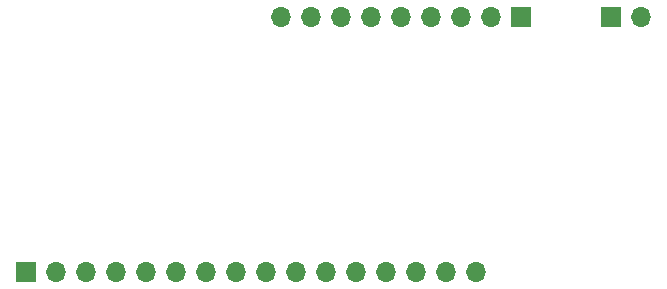
<source format=gbr>
%TF.GenerationSoftware,KiCad,Pcbnew,(5.1.10-1-10_14)*%
%TF.CreationDate,2021-12-18T11:23:09-05:00*%
%TF.ProjectId,Modules,4d6f6475-6c65-4732-9e6b-696361645f70,rev?*%
%TF.SameCoordinates,Original*%
%TF.FileFunction,Soldermask,Bot*%
%TF.FilePolarity,Negative*%
%FSLAX46Y46*%
G04 Gerber Fmt 4.6, Leading zero omitted, Abs format (unit mm)*
G04 Created by KiCad (PCBNEW (5.1.10-1-10_14)) date 2021-12-18 11:23:09*
%MOMM*%
%LPD*%
G01*
G04 APERTURE LIST*
%ADD10R,1.700000X1.700000*%
%ADD11O,1.700000X1.700000*%
G04 APERTURE END LIST*
D10*
%TO.C,J3*%
X175514000Y-105156000D03*
D11*
X172974000Y-105156000D03*
X170434000Y-105156000D03*
X167894000Y-105156000D03*
X165354000Y-105156000D03*
X162814000Y-105156000D03*
X160274000Y-105156000D03*
X157734000Y-105156000D03*
X155194000Y-105156000D03*
%TD*%
%TO.C,J2*%
X185674000Y-105156000D03*
D10*
X183134000Y-105156000D03*
%TD*%
D11*
%TO.C,J1*%
X171704000Y-126746000D03*
X169164000Y-126746000D03*
X166624000Y-126746000D03*
X164084000Y-126746000D03*
X161544000Y-126746000D03*
X159004000Y-126746000D03*
X156464000Y-126746000D03*
X153924000Y-126746000D03*
X151384000Y-126746000D03*
X148844000Y-126746000D03*
X146304000Y-126746000D03*
X143764000Y-126746000D03*
X141224000Y-126746000D03*
X138684000Y-126746000D03*
X136144000Y-126746000D03*
D10*
X133604000Y-126746000D03*
%TD*%
M02*

</source>
